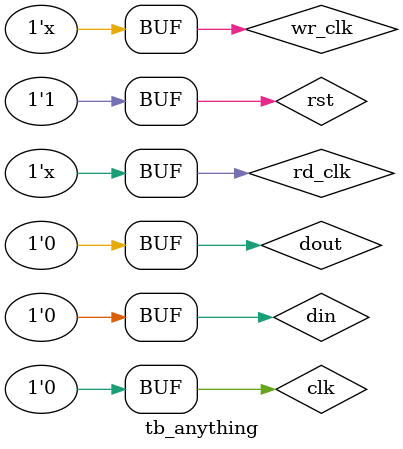
<source format=sv>
`timescale 1ns / 1ps

module tb_anything(
);

logic din, dout, wr_clk, rd_clk, full,empty;

logic clk;
logic rst;

fifo dut_fifo(
    .din(din),
    .dout(dout)
	,.full(full)
	,.empty(empty)
	
);

initial begin
	clk 	= 0;
	rst 	= 1;
	wr_clk = 0;
	rd_clk = 0;
	din = 0;
	dout = 0;
	

    
	#50
	rst 	= 0;

	#20
	rst 	= 1;
end

always begin
	#5
	rd_clk = ~rd_clk;
end


always begin
	#5
	wr_clk = ~wr_clk;
end



endmodule
</source>
